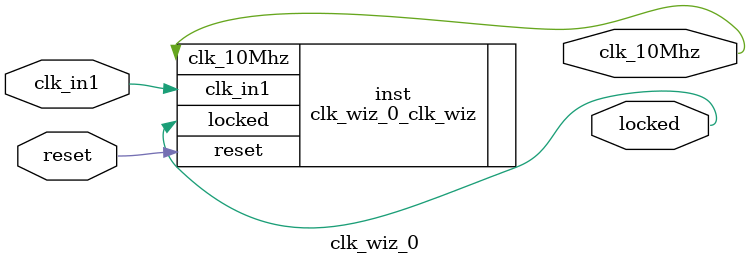
<source format=v>


`timescale 1ps/1ps

(* CORE_GENERATION_INFO = "clk_wiz_0,clk_wiz_v6_0_1_0_0,{component_name=clk_wiz_0,use_phase_alignment=true,use_min_o_jitter=false,use_max_i_jitter=false,use_dyn_phase_shift=false,use_inclk_switchover=false,use_dyn_reconfig=false,enable_axi=0,feedback_source=FDBK_AUTO,PRIMITIVE=MMCM,num_out_clk=1,clkin1_period=10.000,clkin2_period=10.000,use_power_down=false,use_reset=true,use_locked=true,use_inclk_stopped=false,feedback_type=SINGLE,CLOCK_MGR_TYPE=NA,manual_override=false}" *)

module clk_wiz_0 
 (
  // Clock out ports
  output        clk_10Mhz,
  // Status and control signals
  input         reset,
  output        locked,
 // Clock in ports
  input         clk_in1
 );

  clk_wiz_0_clk_wiz inst
  (
  // Clock out ports  
  .clk_10Mhz(clk_10Mhz),
  // Status and control signals               
  .reset(reset), 
  .locked(locked),
 // Clock in ports
  .clk_in1(clk_in1)
  );

endmodule

</source>
